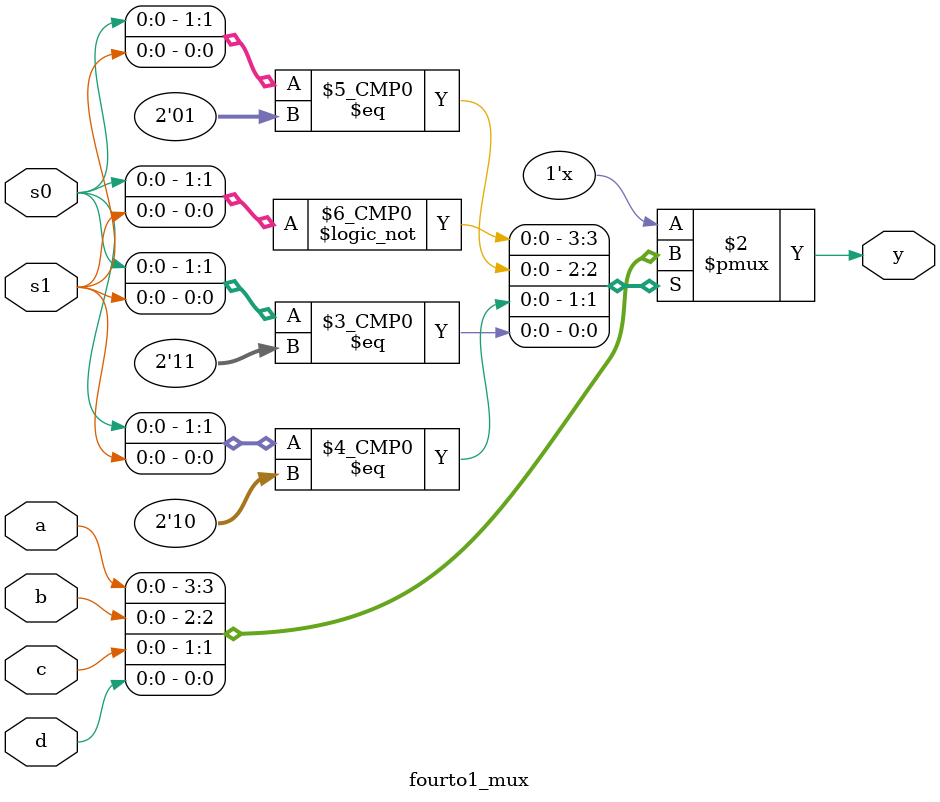
<source format=v>
`timescale 1ns / 1ps

module fourto1_mux(s0,s1, a,b,c,d,y );
output reg y;
input a,b,c,d;
input s0,s1;
always @(a or b or c or d or s0 or s1)
begin
case({s0,s1})
 2'b00:  y=a;      
 2'b01:  y=b;
 2'b10:  y=c;
 2'b11:  y=d;
 default y=1'bx;
endcase
end
endmodule

</source>
